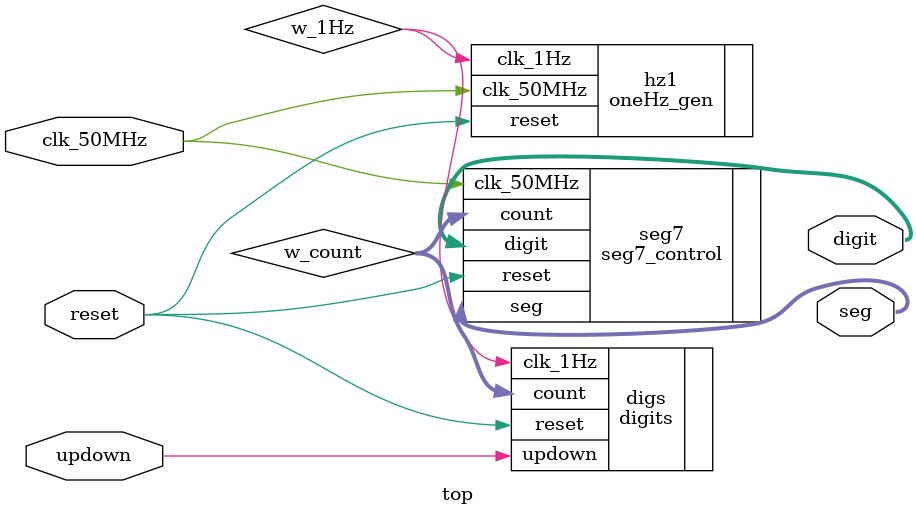
<source format=v>
`timescale 1ns / 1ps


module top(
    input clk_50MHz,       // from Edge Spartan 6
    input reset, 
    input updown,        	 
    output [7:0] seg,       // 7 segment display segment pattern
    output [3:0] digit      // 7 segment display cathodes
    );
    
    // Internal wires for connecting inner modules
    wire w_1Hz;
    wire [7:0] w_count;
	  // Instantiate inner design modules
    oneHz_gen hz1(.clk_50MHz(clk_50MHz), .reset(reset), .clk_1Hz(w_1Hz));
    
    digits digs(.clk_1Hz(w_1Hz), .reset(reset), .updown(updown), .count(w_count));
    
    seg7_control seg7(.clk_50MHz(clk_50MHz), .reset(reset), .count(w_count), .seg(seg), .digit(digit));
  
endmodule

</source>
